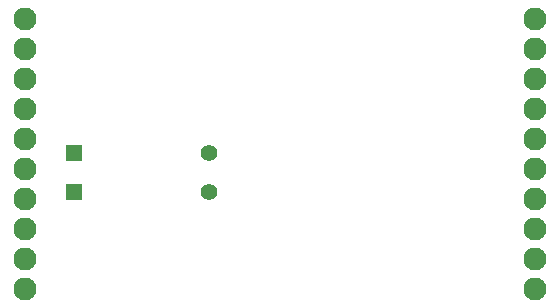
<source format=gbr>
%TF.GenerationSoftware,KiCad,Pcbnew,8.0.8*%
%TF.CreationDate,2025-03-02T21:09:17-05:00*%
%TF.ProjectId,Throttle Latching Module V3.1,5468726f-7474-46c6-9520-4c6174636869,rev?*%
%TF.SameCoordinates,Original*%
%TF.FileFunction,Soldermask,Bot*%
%TF.FilePolarity,Negative*%
%FSLAX46Y46*%
G04 Gerber Fmt 4.6, Leading zero omitted, Abs format (unit mm)*
G04 Created by KiCad (PCBNEW 8.0.8) date 2025-03-02 21:09:17*
%MOMM*%
%LPD*%
G01*
G04 APERTURE LIST*
%ADD10R,1.397000X1.397000*%
%ADD11C,1.397000*%
%ADD12C,1.954000*%
G04 APERTURE END LIST*
D10*
%TO.C,R2*%
X26670000Y-37200000D03*
D11*
X38100000Y-37200000D03*
%TD*%
D12*
%TO.C,J1*%
X22550000Y-22550000D03*
X22550000Y-25090000D03*
X22550000Y-27630000D03*
X22550000Y-30170000D03*
X22550000Y-32710000D03*
X22550000Y-35250000D03*
X22550000Y-37790000D03*
X22550000Y-40330000D03*
X22550000Y-42870000D03*
X22550000Y-45410000D03*
%TD*%
D10*
%TO.C,R1*%
X26670000Y-33846800D03*
D11*
X38100000Y-33846800D03*
%TD*%
D12*
%TO.C,J2*%
X65730000Y-22550000D03*
X65730000Y-25090000D03*
X65730000Y-27630000D03*
X65730000Y-30170000D03*
X65730000Y-32710000D03*
X65730000Y-35250000D03*
X65730000Y-37790000D03*
X65730000Y-40330000D03*
X65730000Y-42870000D03*
X65730000Y-45410000D03*
%TD*%
M02*

</source>
